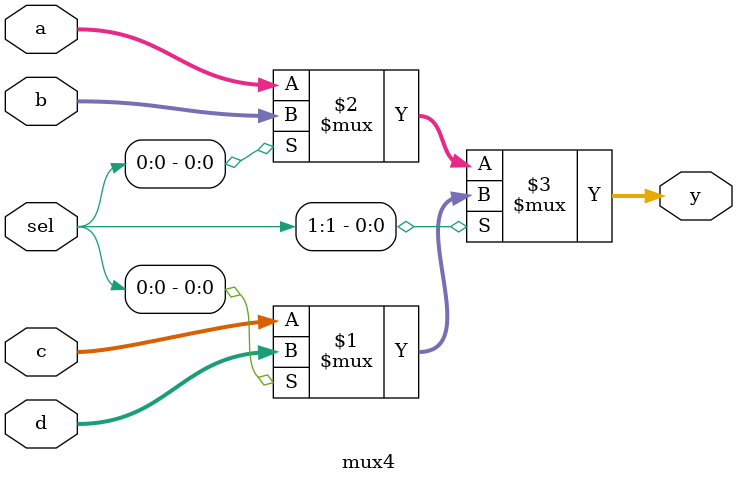
<source format=sv>
`timescale 1ns / 1ps


module mux4 #(parameter width=64)(
    input [width-1:0] a,
    input [width-1:0] b,
    input [width-1:0] c,
    input [width-1:0] d,
    input [1:0] sel,
    output [width-1:0] y

    );
    
    assign y = (sel[1])?((sel[0])? d: c):((sel[0])? b: a);
    
endmodule

</source>
